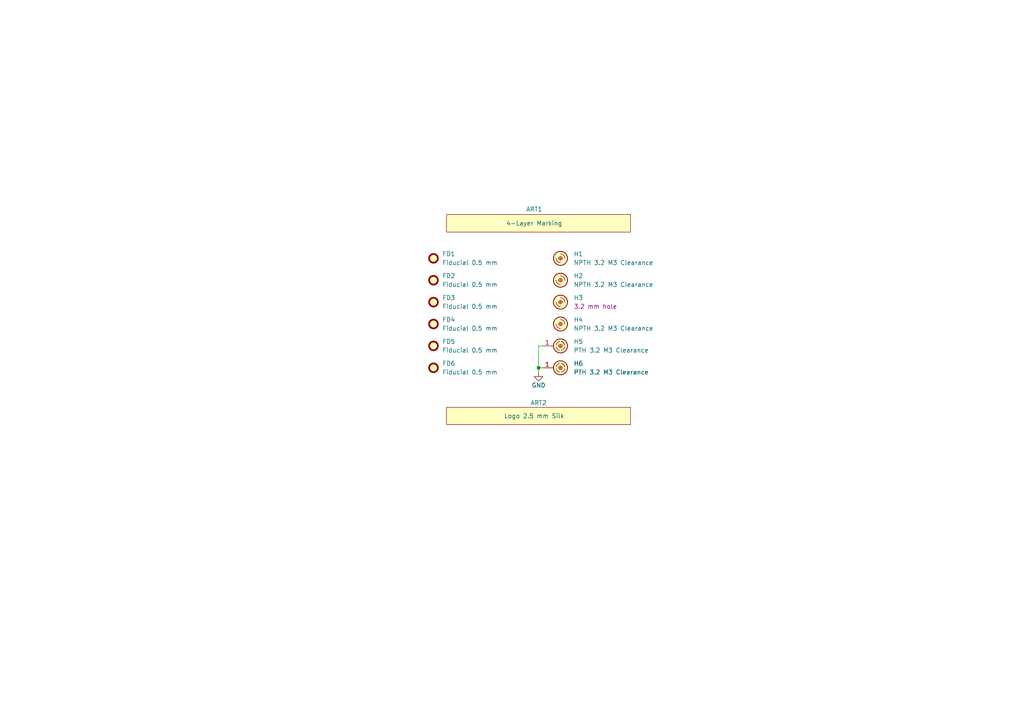
<source format=kicad_sch>
(kicad_sch (version 20230121) (generator eeschema)
  (paper "A4")
  (title_block (title "Programmable Keyboard") (date "2023-10-19") (rev "1.0") (company "Kallio Designs Oy") (comment 1 "TL, NH") (comment 2 "ASSEMBLY_PN") (comment 3 "PCB_PN"))
  (lib_symbols
    (symbol "KD_Mechanical:Artwork_4-Layer_marking" (pin_numbers hide) (pin_names hide) (in_bom no)
      (property "Reference" "ART" (at 0 4.064 0))
      (property "Value" "4-Layer Marking" (at 0 0 0))
      (symbol "Artwork_4-Layer_marking_0_1"
        (rectangle (start -25.4 2.54) (end 27.94 -2.54) (fill (type background)))
      )
    )
    (symbol "KD_Mechanical:Artwork_Logo_Silk_2.5mm" (pin_numbers hide) (pin_names hide) (in_bom no)
      (property "Reference" "ART" (at 0 4.064 0))
      (property "Value" "Logo 2.5 mm Silk" (at 0 0 0))
      (symbol "Artwork_Logo_Silk_2.5mm_0_1"
        (rectangle (start -25.4 2.54) (end 27.94 -2.54) (fill (type background)))
      )
    )
    (symbol "KD_Mechanical:Fiducial_0.5mm" (pin_numbers hide) (pin_names hide) (in_bom no)
      (property "Reference" "FD" (at 2.54 1.27 0))
      (property "Value" "Fiducial 0.5 mm" (at 2.54 -1.27 0))
      (symbol "Fiducial_0.5mm_0_1"
        (circle (center 0 0) (radius 1.27) (stroke (width 0.508)) (fill (type background)))
      )
    )
    (symbol "KD_Mechanical_Mounting_Hole:NPTH_3.2"
      (property "Reference" "H?" (at 2.54 1.27 0))
      (property "Code" "3.2 mm hole" (at 2.54 -1.27 0))
      (symbol "NPTH_3.2_1_0"
        (polyline (pts (xy -0.508 0) (xy 0.508 0)))
        (polyline (pts (xy 0 0.508) (xy 0 -0.508)))
      )
      (symbol "NPTH_3.2_1_1"
        (arc (start -1.27 0) (mid -0.898 -0.898) (end 0 -1.27))
        (circle (center 0 0) (radius 0.508))
        (circle (center 0 0) (radius 2.032) (stroke (width 0.254)) (fill (type background)))
        (arc (start 1.27 0) (mid 0.898 0.898) (end 0 1.27))
      )
    )
    (symbol "KD_Mechanical_Mounting_Hole:NPTH_3.2_M3_Clearance"
      (property "Reference" "H?" (at 2.54 1.27 0))
      (property "Value" "NPTH 3.2 M3 Clearance" (at 2.54 -0.762 0))
      (symbol "NPTH_3.2_M3_Clearance_1_0"
        (polyline (pts (xy -0.508 0) (xy 0.508 0)))
        (polyline (pts (xy 0 0.508) (xy 0 -0.508)))
      )
      (symbol "NPTH_3.2_M3_Clearance_1_1"
        (arc (start -1.27 0) (mid -0.898 -0.898) (end 0 -1.27))
        (circle (center 0 0) (radius 0.508))
        (circle (center 0 0) (radius 2.032) (stroke (width 0.254)) (fill (type background)))
        (arc (start 1.27 0) (mid 0.898 0.898) (end 0 1.27))
      )
    )
    (symbol "KD_Mechanical_Mounting_Hole:PTH_3.2_M3_Clearance_B"
      (property "Reference" "H?" (at 2.54 1.27 0))
      (property "Value" "PTH 3.2 M3 Clearance" (at 2.54 -1.27 0))
      (symbol "PTH_3.2_M3_Clearance_B_0_1"
        (polyline (pts (xy -2.54 0) (xy -2.032 0)))
      )
      (symbol "PTH_3.2_M3_Clearance_B_1_0"
        (polyline (pts (xy -0.508 0) (xy 0.508 0)))
        (polyline (pts (xy 0 0.508) (xy 0 -0.508)))
      )
      (symbol "PTH_3.2_M3_Clearance_B_1_1"
        (arc (start -1.2677 -0.2517) (mid -0.9139 -0.9139) (end -0.2517 -1.2677))
        (arc (start -0.2517 1.2677) (mid -0.9139 0.9139) (end -1.2677 0.2517))
        (circle (center 0 0) (radius 0.508))
        (circle (center 0 0) (radius 2.032) (stroke (width 0.254)) (fill (type background)))
        (arc (start 0.2517 -1.2677) (mid 0.9139 -0.9139) (end 1.2677 -0.2517))
        (arc (start 1.2677 0.2517) (mid 0.9139 0.9139) (end 0.2517 1.2677))
        (arc (start 1.2723 0.2563) (mid 0.9185 0.9185) (end 0.2563 1.2723))
        (pin input line (at -5.08 0 0) (length 2.54) (name "") (number "1"))
      )
    )
    (symbol "power:GND" (power) (pin_names (offset 0))
      (property "Value" "GND" (at 0 -3.81 0))
      (symbol "GND_0_1"
        (polyline (pts (xy 0 0) (xy 0 -1.27) (xy 1.27 -1.27) (xy 0 -2.54) (xy -1.27 -1.27) (xy 0 -1.27)))
      )
      (symbol "GND_1_1"
        (pin power_in line (at 0 0 270) (length 0) hide (name "GND") (number "1"))
      )
    )
  )
  (junction (at 156.21 106.68))
  (wire (pts (xy 157.48 100.33) (xy 156.21 100.33)))
  (wire (pts (xy 156.21 106.68) (xy 156.21 107.95)))
  (wire (pts (xy 157.48 106.68) (xy 156.21 106.68)))
  (wire (pts (xy 156.21 100.33) (xy 156.21 106.68)))
  (symbol (lib_id "KD_Mechanical:Artwork_4-Layer_marking") (at 154.94 64.77 0) (unit 1) (in_bom no)
    (property "Reference" "ART1" (at 154.94 60.706 0))
    (property "Value" "4-Layer Marking" (at 154.94 64.77 0))
    (property "Footprint" "KD_Mechanical:ART_4-LAYER" (effects hide))
    (property "Manufacturer" "DNP" (effects hide))
    (property "MFG_PartNo" "DNP" (effects hide))
    (property "Supplier" "DNP" (effects hide))
    (property "Supplier_PartNo" "DNP" (effects hide))
    (property "DNP" "T" (effects hide))
    (property "Price" "0.00" (effects hide))
    (property "Sim.Enable" "0" (effects hide))
  )
  (symbol (lib_id "KD_Mechanical_Mounting_Hole:NPTH_3.2_M3_Clearance") (at 162.56 81.28 0) (unit 1)
    (property "Reference" "H2" (at 166.37 80.01 0) (effects (justify left)))
    (property "Value" "NPTH 3.2 M3 Clearance" (at 166.37 82.55 0) (effects (justify left)))
    (property "Footprint" "KD_Mechanical_Mounting_Hole:NPTH_3.2mm_M3_clearance" (effects hide))
    (property "Manufacturer" "DNP" (effects hide))
    (property "MFG_PartNo" "DNP" (effects hide))
    (property "Supplier" "DNP" (effects hide))
    (property "Supplier_PartNo" "DNP" (effects hide))
    (property "DNP" "T" (effects hide))
    (property "Price" "0.00" (effects hide))
  )
  (symbol (lib_id "KD_Mechanical:Fiducial_0.5mm") (at 125.73 81.28 0) (unit 1) (in_bom no)
    (property "Reference" "FD2" (at 128.27 80.01 0) (effects (justify left)))
    (property "Value" "Fiducial 0.5 mm" (at 128.27 82.55 0) (effects (justify left)))
    (property "Footprint" "KD_Mechanical:Fiducial_0.5mm_Mask1mm" (effects hide))
    (property "Manufacturer" "DNP" (effects hide))
    (property "MFG_PartNo" "DNP" (effects hide))
    (property "Supplier" "DNP" (effects hide))
    (property "Supplier_PartNo" "DNP" (effects hide))
    (property "DNP" "T" (effects hide))
    (property "Price" "0.00" (effects hide))
  )
  (symbol (lib_id "KD_Mechanical_Mounting_Hole:PTH_3.2_M3_Clearance_B") (at 162.56 106.68 0) (unit 1)
    (property "Reference" "H6" (at 166.37 105.41 0) (effects (justify left)))
    (property "Value" "PTH 3.2 M3 Clearance" (at 166.37 107.95 0) (effects (justify left)))
    (property "Footprint" "KD_Mechanical_Mounting_Hole:PTH_3.2mm_M3_clearance_B" (effects hide))
    (property "Manufacturer" "DNP" (effects hide))
    (property "MFG_PartNo" "DNP" (effects hide))
    (property "Supplier" "DNP" (effects hide))
    (property "Supplier_PartNo" "DNP" (effects hide))
    (property "DNP" "T" (effects hide))
    (property "Price" "0.00" (effects hide))
  )
  (symbol (lib_id "KD_Mechanical:Fiducial_0.5mm") (at 125.73 93.98 0) (unit 1) (in_bom no)
    (property "Reference" "FD4" (at 128.27 92.71 0) (effects (justify left)))
    (property "Value" "Fiducial 0.5 mm" (at 128.27 95.25 0) (effects (justify left)))
    (property "Footprint" "KD_Mechanical:Fiducial_0.5mm_Mask1mm" (effects hide))
    (property "Manufacturer" "DNP" (effects hide))
    (property "MFG_PartNo" "DNP" (effects hide))
    (property "Supplier" "DNP" (effects hide))
    (property "Supplier_PartNo" "DNP" (effects hide))
    (property "DNP" "T" (effects hide))
    (property "Price" "0.00" (effects hide))
  )
  (symbol (lib_id "KD_Mechanical_Mounting_Hole:PTH_3.2_M3_Clearance_B") (at 162.56 100.33 0) (unit 1)
    (property "Reference" "H5" (at 166.37 99.06 0) (effects (justify left)))
    (property "Value" "PTH 3.2 M3 Clearance" (at 166.37 101.6 0) (effects (justify left)))
    (property "Footprint" "KD_Mechanical_Mounting_Hole:PTH_3.2mm_M3_clearance_B" (effects hide))
    (property "Manufacturer" "DNP" (effects hide))
    (property "MFG_PartNo" "DNP" (effects hide))
    (property "Supplier" "DNP" (effects hide))
    (property "Supplier_PartNo" "DNP" (effects hide))
    (property "DNP" "T" (effects hide))
    (property "Price" "0.00" (effects hide))
  )
  (symbol (lib_id "KD_Mechanical:Fiducial_0.5mm") (at 125.73 87.63 0) (unit 1) (in_bom no)
    (property "Reference" "FD3" (at 128.27 86.36 0) (effects (justify left)))
    (property "Value" "Fiducial 0.5 mm" (at 128.27 88.9 0) (effects (justify left)))
    (property "Footprint" "KD_Mechanical:Fiducial_0.5mm_Mask1mm" (effects hide))
    (property "Manufacturer" "DNP" (effects hide))
    (property "MFG_PartNo" "DNP" (effects hide))
    (property "Supplier" "DNP" (effects hide))
    (property "Supplier_PartNo" "DNP" (effects hide))
    (property "DNP" "T" (effects hide))
    (property "Price" "0.00" (effects hide))
  )
  (symbol (lib_id "KD_Mechanical_Mounting_Hole:NPTH_3.2_M3_Clearance") (at 162.56 93.98 0) (unit 1)
    (property "Reference" "H4" (at 166.37 92.71 0) (effects (justify left)))
    (property "Value" "NPTH 3.2 M3 Clearance" (at 166.37 95.25 0) (effects (justify left)))
    (property "Footprint" "KD_Mechanical_Mounting_Hole:NPTH_3.2mm_M3_clearance" (effects hide))
    (property "Manufacturer" "DNP" (effects hide))
    (property "MFG_PartNo" "DNP" (effects hide))
    (property "Supplier" "DNP" (effects hide))
    (property "Supplier_PartNo" "DNP" (effects hide))
    (property "DNP" "T" (effects hide))
    (property "Price" "0.00" (effects hide))
  )
  (symbol (lib_id "KD_Mechanical:Artwork_Logo_Silk_2.5mm") (at 154.94 120.65 0) (unit 1) (in_bom no)
    (property "Reference" "ART2" (at 156.21 116.84 0))
    (property "Value" "Logo 2.5 mm Silk" (at 154.94 120.65 0))
    (property "Footprint" "KD_Mechanical:ART_LOGO_TEXT_2.5MM_SILK" (effects hide))
    (property "Manufacturer" "DNP" (effects hide))
    (property "MFG_PartNo" "DNP" (effects hide))
    (property "Supplier" "DNP" (effects hide))
    (property "Supplier_PartNo" "DNP" (effects hide))
    (property "DNP" "T" (effects hide))
    (property "Price" "0.00" (effects hide))
    (property "Sim.Enable" "0" (effects hide))
  )
  (symbol (lib_id "KD_Mechanical_Mounting_Hole:NPTH_3.2") (at 162.56 87.63 0) (unit 1)
    (property "Reference" "H3" (at 166.37 86.36 0) (effects (justify left)))
    (property "Value" "NPTH_3.2" (effects hide))
    (property "Footprint" "KD_Mechanical_Mounting_Hole:NPTH_3.2mm" (effects hide))
    (property "Manufacturer" "DNP" (effects hide))
    (property "MFG_PartNo" "DNP" (effects hide))
    (property "Supplier" "DNP" (effects hide))
    (property "Supplier_PartNo" "DNP" (effects hide))
    (property "DNP" "T" (effects hide))
    (property "Price" "0.00" (effects hide))
    (property "Code" "3.2 mm hole" (at 166.37 88.9 0) (effects (justify left)))
  )
  (symbol (lib_id "power:GND") (at 156.21 107.95 0) (mirror y) (unit 1)
    (property "Reference" "#GND04" (effects hide))
    (property "Value" "GND" (at 156.21 111.76 0))
    (instances (project "000052 RCCON" (path "" (reference "#GND04") (unit 1))) (project "000018 PGKB" (path "" (reference "#GND015") (unit 1)) (path "" (reference "#GND037") (unit 1))))
  )
  (symbol (lib_id "KD_Mechanical_Mounting_Hole:NPTH_3.2_M3_Clearance") (at 162.56 74.93 0) (unit 1)
    (property "Reference" "H1" (at 166.37 73.66 0) (effects (justify left)))
    (property "Value" "NPTH 3.2 M3 Clearance" (at 166.37 76.2 0) (effects (justify left)))
    (property "Footprint" "KD_Mechanical_Mounting_Hole:NPTH_3.2mm_M3_clearance" (effects hide))
    (property "Manufacturer" "DNP" (effects hide))
    (property "MFG_PartNo" "DNP" (effects hide))
    (property "Supplier" "DNP" (effects hide))
    (property "Supplier_PartNo" "DNP" (effects hide))
    (property "DNP" "T" (effects hide))
    (property "Price" "0.00" (effects hide))
  )
  (symbol (lib_id "KD_Mechanical:Fiducial_0.5mm") (at 125.73 106.68 0) (unit 1) (in_bom no)
    (property "Reference" "FD6" (at 128.27 105.41 0) (effects (justify left)))
    (property "Value" "Fiducial 0.5 mm" (at 128.27 107.95 0) (effects (justify left)))
    (property "Footprint" "KD_Mechanical:Fiducial_0.5mm_Mask1mm" (effects hide))
    (property "Manufacturer" "DNP" (effects hide))
    (property "MFG_PartNo" "DNP" (effects hide))
    (property "Supplier" "DNP" (effects hide))
    (property "Supplier_PartNo" "DNP" (effects hide))
    (property "DNP" "T" (effects hide))
    (property "Price" "0.00" (effects hide))
  )
  (symbol (lib_id "KD_Mechanical:Fiducial_0.5mm") (at 125.73 74.93 0) (unit 1) (in_bom no)
    (property "Reference" "FD1" (at 128.27 73.66 0) (effects (justify left)))
    (property "Value" "Fiducial 0.5 mm" (at 128.27 76.2 0) (effects (justify left)))
    (property "Footprint" "KD_Mechanical:Fiducial_0.5mm_Mask1mm" (effects hide))
    (property "Manufacturer" "DNP" (effects hide))
    (property "MFG_PartNo" "DNP" (effects hide))
    (property "Supplier" "DNP" (effects hide))
    (property "Supplier_PartNo" "DNP" (effects hide))
    (property "DNP" "T" (effects hide))
    (property "Price" "0.00" (effects hide))
  )
  (symbol (lib_id "KD_Mechanical:Fiducial_0.5mm") (at 125.73 100.33 0) (unit 1) (in_bom no)
    (property "Reference" "FD5" (at 128.27 99.06 0) (effects (justify left)))
    (property "Value" "Fiducial 0.5 mm" (at 128.27 101.6 0) (effects (justify left)))
    (property "Footprint" "KD_Mechanical:Fiducial_0.5mm_Mask1mm" (effects hide))
    (property "Manufacturer" "DNP" (effects hide))
    (property "MFG_PartNo" "DNP" (effects hide))
    (property "Supplier" "DNP" (effects hide))
    (property "Supplier_PartNo" "DNP" (effects hide))
    (property "DNP" "T" (effects hide))
    (property "Price" "0.00" (effects hide))
  )
)
</source>
